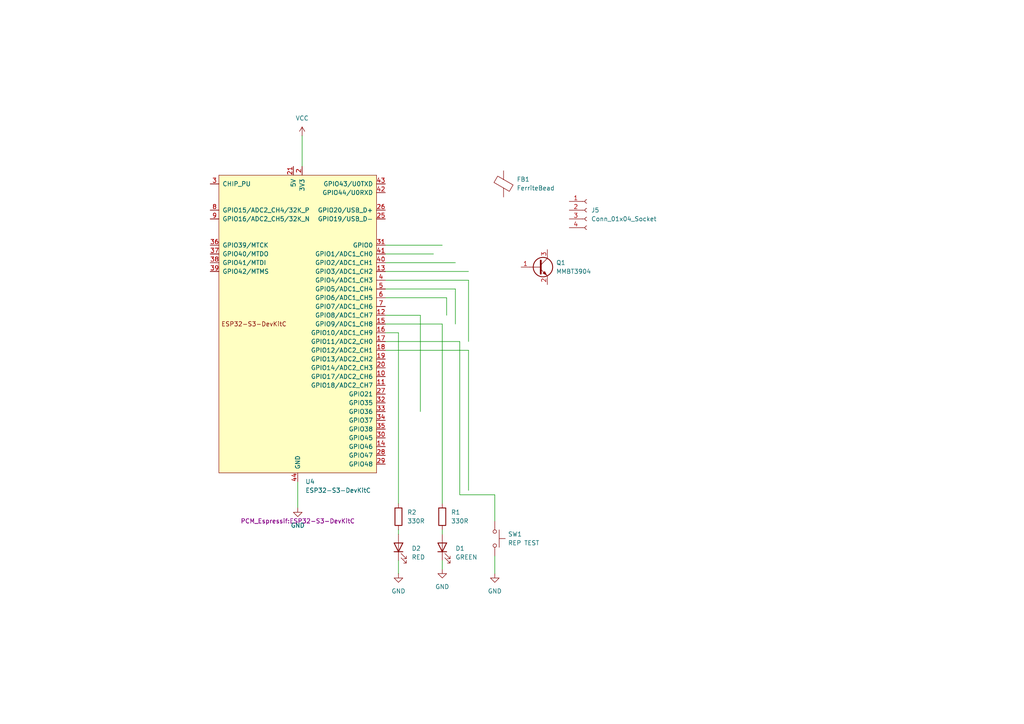
<source format=kicad_sch>
(kicad_sch (version 20250114) (generator "eeschema") (generator_version "9.0")
  (paper "A4")
  (title_block (title "HAM ESP32 Repeater ") (date "26/01/2025") (rev "1.0") (company "SHTSF (F6KOH)") (comment 1 "Gianni F4IKZ"))
  (lib_symbols
    (symbol "Connector:Conn_01x04_Socket" (pin_names (offset 1.016) (hide yes))
      (property "Reference" "J" (at 0 5.08 0))
      (property "Value" "Conn_01x04_Socket" (at 0 -7.62 0))
      (symbol "Conn_01x04_Socket_1_1"
        (polyline (pts (xy -1.27 2.54) (xy -0.508 2.54)) (stroke (width 0.1524)))
        (polyline (pts (xy -1.27 0) (xy -0.508 0)) (stroke (width 0.1524)))
        (polyline (pts (xy -1.27 -2.54) (xy -0.508 -2.54)) (stroke (width 0.1524)))
        (polyline (pts (xy -1.27 -5.08) (xy -0.508 -5.08)) (stroke (width 0.1524)))
        (arc (start 0 2.032) (mid -0.5058 2.54) (end 0 3.048) (stroke (width 0.1524)))
        (arc (start 0 -0.508) (mid -0.5058 0) (end 0 0.508) (stroke (width 0.1524)))
        (arc (start 0 -3.048) (mid -0.5058 -2.54) (end 0 -2.032) (stroke (width 0.1524)))
        (arc (start 0 -5.588) (mid -0.5058 -5.08) (end 0 -4.572) (stroke (width 0.1524)))
        (pin passive line (at -5.08 2.54 0) (length 3.81) (name "Pin_1") (number "1"))
        (pin passive line (at -5.08 0 0) (length 3.81) (name "Pin_2") (number "2"))
        (pin passive line (at -5.08 -2.54 0) (length 3.81) (name "Pin_3") (number "3"))
        (pin passive line (at -5.08 -5.08 0) (length 3.81) (name "Pin_4") (number "4"))
      )
    )
    (symbol "Device:FerriteBead" (pin_numbers (hide yes)) (pin_names (offset 0))
      (property "Reference" "FB" (at -3.81 0.635 90))
      (property "Value" "FerriteBead" (at 3.81 0 90))
      (symbol "FerriteBead_0_1"
        (polyline (pts (xy -2.7686 0.4064) (xy -1.7018 2.2606) (xy 2.7686 -0.3048) (xy 1.6764 -2.159) (xy -2.7686 0.4064)))
        (polyline (pts (xy 0 1.27) (xy 0 1.2954)))
        (polyline (pts (xy 0 -1.27) (xy 0 -1.2192)))
      )
      (symbol "FerriteBead_1_1"
        (pin passive line (at 0 3.81 270) (length 2.54) (name "~") (number "1"))
        (pin passive line (at 0 -3.81 90) (length 2.54) (name "~") (number "2"))
      )
    )
    (symbol "Device:LED" (pin_numbers (hide yes)) (pin_names (offset 1.016) (hide yes))
      (property "Reference" "D" (at 0 2.54 0))
      (property "Value" "LED" (at 0 -2.54 0))
      (symbol "LED_0_1"
        (polyline (pts (xy -3.048 -0.762) (xy -4.572 -2.286) (xy -3.81 -2.286) (xy -4.572 -2.286) (xy -4.572 -1.524)))
        (polyline (pts (xy -1.778 -0.762) (xy -3.302 -2.286) (xy -2.54 -2.286) (xy -3.302 -2.286) (xy -3.302 -1.524)))
        (polyline (pts (xy -1.27 0) (xy 1.27 0)))
        (polyline (pts (xy -1.27 -1.27) (xy -1.27 1.27)) (stroke (width 0.254)))
        (polyline (pts (xy 1.27 -1.27) (xy 1.27 1.27) (xy -1.27 0) (xy 1.27 -1.27)) (stroke (width 0.254)))
      )
      (symbol "LED_1_1"
        (pin passive line (at -3.81 0 0) (length 2.54) (name "K") (number "1"))
        (pin passive line (at 3.81 0 180) (length 2.54) (name "A") (number "2"))
      )
    )
    (symbol "Device:R" (pin_numbers (hide yes)) (pin_names (offset 0))
      (property "Reference" "R" (at 2.032 0 90))
      (property "Value" "R" (at 0 0 90))
      (symbol "R_0_1"
        (rectangle (start -1.016 -2.54) (end 1.016 2.54) (stroke (width 0.254)))
      )
      (symbol "R_1_1"
        (pin passive line (at 0 3.81 270) (length 1.27) (name "~") (number "1"))
        (pin passive line (at 0 -3.81 90) (length 1.27) (name "~") (number "2"))
      )
    )
    (symbol "PCM_Espressif:ESP32-S3-DevKitC" (pin_names (offset 1.016))
      (property "Reference" "U" (at -22.86 48.26 0))
      (property "Value" "ESP32-S3-DevKitC" (at -22.86 45.72 0))
      (symbol "ESP32-S3-DevKitC_0_0"
        (text "ESP32-S3-DevKitC" (at -12.7 0 0) (effects (font (size 1.27 1.27))))
        (pin bidirectional line (at -25.4 15.24 0) (length 2.54) (name "GPIO42/MTMS") (number "39"))
        (pin power_in line (at 0 -45.72 90) (length 2.54) (name "GND") (number "44"))
        (pin bidirectional line (at 25.4 40.64 180) (length 2.54) (name "GPIO43/U0TXD") (number "43"))
        (pin bidirectional line (at 25.4 38.1 180) (length 2.54) (name "GPIO44/U0RXD") (number "42"))
        (pin bidirectional line (at 25.4 20.32 180) (length 2.54) (name "GPIO1/ADC1_CH0") (number "41"))
        (pin bidirectional line (at 25.4 17.78 180) (length 2.54) (name "GPIO2/ADC1_CH1") (number "40"))
        (pin bidirectional line (at 25.4 -10.16 180) (length 2.54) (name "GPIO13/ADC2_CH2") (number "19"))
        (pin bidirectional line (at 25.4 -35.56 180) (length 2.54) (name "GPIO46") (number "14"))
      )
      (symbol "ESP32-S3-DevKitC_0_1"
        (rectangle (start -22.86 43.18) (end 22.86 -43.18) (fill (type background)))
        (pin power_in line (at 1.27 45.72 270) (length 2.54) (name "3V3") (number "2"))
      )
      (symbol "ESP32-S3-DevKitC_1_1"
        (pin input line (at -25.4 40.64 0) (length 2.54) (name "CHIP_PU") (number "3"))
        (pin bidirectional line (at -25.4 33.02 0) (length 2.54) (name "GPIO15/ADC2_CH4/32K_P") (number "8"))
        (pin bidirectional line (at -25.4 30.48 0) (length 2.54) (name "GPIO16/ADC2_CH5/32K_N") (number "9"))
        (pin bidirectional line (at -25.4 22.86 0) (length 2.54) (name "GPIO39/MTCK") (number "36"))
        (pin bidirectional line (at -25.4 20.32 0) (length 2.54) (name "GPIO40/MTDO") (number "37"))
        (pin bidirectional line (at -25.4 17.78 0) (length 2.54) (name "GPIO41/MTDI") (number "38"))
        (pin power_in line (at -1.27 45.72 270) (length 2.54) (name "5V") (number "21"))
        (pin passive line (at 0 -45.72 90) (length 2.54) (hide yes) (name "GND") (number "22"))
        (pin passive line (at 0 -45.72 90) (length 2.54) (hide yes) (name "GND") (number "23"))
        (pin passive line (at 0 -45.72 90) (length 2.54) (hide yes) (name "GND") (number "24"))
        (pin passive line (at 1.27 45.72 270) (length 2.54) (hide yes) (name "3V3") (number "1"))
        (pin bidirectional line (at 25.4 33.02 180) (length 2.54) (name "GPIO20/USB_D+") (number "26"))
        (pin bidirectional line (at 25.4 30.48 180) (length 2.54) (name "GPIO19/USB_D-") (number "25"))
        (pin bidirectional line (at 25.4 22.86 180) (length 2.54) (name "GPIO0") (number "31"))
        (pin bidirectional line (at 25.4 15.24 180) (length 2.54) (name "GPIO3/ADC1_CH2") (number "13"))
        (pin bidirectional line (at 25.4 12.7 180) (length 2.54) (name "GPIO4/ADC1_CH3") (number "4"))
        (pin bidirectional line (at 25.4 10.16 180) (length 2.54) (name "GPIO5/ADC1_CH4") (number "5"))
        (pin bidirectional line (at 25.4 7.62 180) (length 2.54) (name "GPIO6/ADC1_CH5") (number "6"))
        (pin bidirectional line (at 25.4 5.08 180) (length 2.54) (name "GPIO7/ADC1_CH6") (number "7"))
        (pin bidirectional line (at 25.4 2.54 180) (length 2.54) (name "GPIO8/ADC1_CH7") (number "12"))
        (pin bidirectional line (at 25.4 0 180) (length 2.54) (name "GPIO9/ADC1_CH8") (number "15"))
        (pin bidirectional line (at 25.4 -2.54 180) (length 2.54) (name "GPIO10/ADC1_CH9") (number "16"))
        (pin bidirectional line (at 25.4 -5.08 180) (length 2.54) (name "GPIO11/ADC2_CH0") (number "17"))
        (pin bidirectional line (at 25.4 -7.62 180) (length 2.54) (name "GPIO12/ADC2_CH1") (number "18"))
        (pin bidirectional line (at 25.4 -12.7 180) (length 2.54) (name "GPIO14/ADC2_CH3") (number "20"))
        (pin bidirectional line (at 25.4 -15.24 180) (length 2.54) (name "GPIO17/ADC2_CH6") (number "10"))
        (pin bidirectional line (at 25.4 -17.78 180) (length 2.54) (name "GPIO18/ADC2_CH7") (number "11"))
        (pin bidirectional line (at 25.4 -20.32 180) (length 2.54) (name "GPIO21") (number "27"))
        (pin bidirectional line (at 25.4 -22.86 180) (length 2.54) (name "GPIO35") (number "32"))
        (pin bidirectional line (at 25.4 -25.4 180) (length 2.54) (name "GPIO36") (number "33"))
        (pin bidirectional line (at 25.4 -27.94 180) (length 2.54) (name "GPIO37") (number "34"))
        (pin bidirectional line (at 25.4 -30.48 180) (length 2.54) (name "GPIO38") (number "35"))
        (pin bidirectional line (at 25.4 -33.02 180) (length 2.54) (name "GPIO45") (number "30"))
        (pin bidirectional line (at 25.4 -38.1 180) (length 2.54) (name "GPIO47") (number "28"))
        (pin bidirectional line (at 25.4 -40.64 180) (length 2.54) (name "GPIO48") (number "29"))
      )
    )
    (symbol "Switch:SW_Push" (pin_numbers (hide yes)) (pin_names (offset 1.016) (hide yes))
      (property "Reference" "SW" (at 1.27 2.54 0))
      (property "Value" "SW_Push" (at 0 -1.524 0))
      (symbol "SW_Push_0_1"
        (circle (center -2.032 0) (radius 0.508))
        (polyline (pts (xy 0 1.27) (xy 0 3.048)))
        (circle (center 2.032 0) (radius 0.508))
        (polyline (pts (xy 2.54 1.27) (xy -2.54 1.27)))
        (pin passive line (at -5.08 0 0) (length 2.54) (name "1") (number "1"))
        (pin passive line (at 5.08 0 180) (length 2.54) (name "2") (number "2"))
      )
    )
    (symbol "Transistor_BJT:MMBT3904" (pin_names (offset 0) (hide yes))
      (property "Reference" "Q" (at 5.08 1.905 0))
      (property "Value" "MMBT3904" (at 5.08 0 0))
      (symbol "MMBT3904_0_1"
        (polyline (pts (xy -2.54 0) (xy 0.635 0)))
        (polyline (pts (xy 0.635 1.905) (xy 0.635 -1.905)) (stroke (width 0.508)))
        (circle (center 1.27 0) (radius 2.8194) (stroke (width 0.254)))
      )
      (symbol "MMBT3904_1_1"
        (polyline (pts (xy 0.635 0.635) (xy 2.54 2.54)))
        (polyline (pts (xy 0.635 -0.635) (xy 2.54 -2.54)))
        (polyline (pts (xy 1.27 -1.778) (xy 1.778 -1.27) (xy 2.286 -2.286) (xy 1.27 -1.778)) (fill (type outline)))
        (pin input line (at -5.08 0 0) (length 2.54) (name "B") (number "1"))
        (pin passive line (at 2.54 5.08 270) (length 2.54) (name "C") (number "3"))
        (pin passive line (at 2.54 -5.08 90) (length 2.54) (name "E") (number "2"))
      )
    )
    (symbol "power:GND" (power) (pin_numbers (hide yes)) (pin_names (offset 0) (hide yes))
      (property "Value" "GND" (at 0 -3.81 0))
      (symbol "GND_0_1"
        (polyline (pts (xy 0 0) (xy 0 -1.27) (xy 1.27 -1.27) (xy 0 -2.54) (xy -1.27 -1.27) (xy 0 -1.27)))
      )
      (symbol "GND_1_1"
        (pin power_in line (at 0 0 270) (length 0) (name "~") (number "1"))
      )
    )
    (symbol "power:VCC" (power) (pin_numbers (hide yes)) (pin_names (offset 0) (hide yes))
      (property "Value" "VCC" (at 0 3.556 0))
      (symbol "VCC_0_1"
        (polyline (pts (xy -0.762 1.27) (xy 0 2.54)))
        (polyline (pts (xy 0 2.54) (xy 0.762 1.27)))
        (polyline (pts (xy 0 0) (xy 0 2.54)))
      )
      (symbol "VCC_1_1"
        (pin power_in line (at 0 0 90) (length 0) (name "~") (number "1"))
      )
    )
  )
  (wire (pts (xy 111.76 93.98) (xy 128.27 93.98)))
  (wire (pts (xy 111.76 73.66) (xy 125.73 73.66)))
  (wire (pts (xy 115.57 96.52) (xy 115.57 146.05)))
  (wire (pts (xy 133.35 143.51) (xy 143.51 143.51)))
  (wire (pts (xy 111.76 83.82) (xy 132.08 83.82)))
  (wire (pts (xy 143.51 161.29) (xy 143.51 166.37)))
  (wire (pts (xy 121.92 91.44) (xy 121.92 119.38)))
  (wire (pts (xy 135.89 81.28) (xy 135.89 99.06)))
  (wire (pts (xy 128.27 162.56) (xy 128.27 165.1)))
  (wire (pts (xy 111.76 86.36) (xy 129.54 86.36)))
  (wire (pts (xy 111.76 101.6) (xy 135.89 101.6)))
  (wire (pts (xy 111.76 91.44) (xy 121.92 91.44)))
  (wire (pts (xy 129.54 86.36) (xy 129.54 91.44)))
  (wire (pts (xy 111.76 78.74) (xy 135.89 78.74)))
  (wire (pts (xy 143.51 143.51) (xy 143.51 151.13)))
  (wire (pts (xy 115.57 162.56) (xy 115.57 166.37)))
  (wire (pts (xy 86.36 139.7) (xy 86.36 147.32)))
  (wire (pts (xy 135.89 101.6) (xy 135.89 142.24)))
  (wire (pts (xy 128.27 153.67) (xy 128.27 154.94)))
  (wire (pts (xy 111.76 76.2) (xy 132.08 76.2)))
  (wire (pts (xy 133.35 99.06) (xy 133.35 143.51)))
  (wire (pts (xy 111.76 81.28) (xy 135.89 81.28)))
  (wire (pts (xy 115.57 153.67) (xy 115.57 154.94)))
  (wire (pts (xy 132.08 83.82) (xy 132.08 93.98)))
  (wire (pts (xy 128.27 93.98) (xy 128.27 146.05)))
  (wire (pts (xy 87.63 39.37) (xy 87.63 48.26)))
  (wire (pts (xy 111.76 71.12) (xy 128.27 71.12)))
  (wire (pts (xy 111.76 96.52) (xy 115.57 96.52)))
  (wire (pts (xy 111.76 99.06) (xy 133.35 99.06)))
  (symbol (lib_id "Connector:Conn_01x04_Socket") (at 170.18 60.96 0) (unit 1)
    (property "Reference" "J5" (at 171.45 60.9599 0) (effects (justify left)))
    (property "Value" "Conn_01x04_Socket" (at 171.45 63.4999 0) (effects (justify left)))
    (property "Footprint" "Connector_JST:JST_XH_B4B-XH-A_1x04_P2.50mm_Vertical" (effects (hide yes)))
    (property "Description" "Generic connector, single row, 01x04, script generated" (effects (hide yes)))
  )
  (symbol (lib_id "power:GND") (at 115.57 166.37 0) (unit 1)
    (property "Reference" "#PWR04" (effects (hide yes)))
    (property "Value" "GND" (at 115.57 171.45 0))
    (property "Description" "Power symbol creates a global label with name \"GND\" , ground" (effects (hide yes)))
  )
  (symbol (lib_id "power:GND") (at 128.27 165.1 0) (unit 1)
    (property "Reference" "#PWR05" (effects (hide yes)))
    (property "Value" "GND" (at 128.27 170.18 0))
    (property "Description" "Power symbol creates a global label with name \"GND\" , ground" (effects (hide yes)))
  )
  (symbol (lib_id "PCM_Espressif:ESP32-S3-DevKitC") (at 86.36 93.98 0) (unit 1)
    (property "Reference" "U4" (at 88.5541 139.7 0) (effects (justify left)))
    (property "Value" "ESP32-S3-DevKitC" (at 88.5541 142.24 0) (effects (justify left)))
    (property "Footprint" "PCM_Espressif:ESP32-S3-DevKitC" (at 86.36 151.13 0))
    (property "Description" "ESP32-S3-DevKitC" (effects (hide yes)))
  )
  (symbol (lib_id "Device:LED") (at 115.57 158.75 90) (unit 1)
    (property "Reference" "D2" (at 119.38 159.0674 90) (effects (justify right)))
    (property "Value" "RED" (at 119.38 161.6074 90) (effects (justify right)))
    (property "Footprint" "LED_SMD:LED_1206_3216Metric" (effects (hide yes)))
    (property "Description" "Light emitting diode" (effects (hide yes)))
    (property "Sim.Pins" "1=K 2=A" (effects (hide yes)))
  )
  (symbol (lib_id "Switch:SW_Push") (at 143.51 156.21 270) (unit 1)
    (property "Reference" "SW1" (at 147.32 154.9399 90) (effects (justify left)))
    (property "Value" "REP TEST" (at 147.32 157.4799 90) (effects (justify left)))
    (property "Footprint" "Button_Switch_THT:SW_PUSH_6mm" (effects (hide yes)))
    (property "Description" "Push button switch, generic, two pins" (effects (hide yes)))
  )
  (symbol (lib_id "Device:LED") (at 128.27 158.75 90) (unit 1)
    (property "Reference" "D1" (at 132.08 159.0674 90) (effects (justify right)))
    (property "Value" "GREEN" (at 132.08 161.6074 90) (effects (justify right)))
    (property "Footprint" "LED_SMD:LED_1206_3216Metric" (effects (hide yes)))
    (property "Description" "Light emitting diode" (effects (hide yes)))
    (property "Sim.Pins" "1=K 2=A" (effects (hide yes)))
  )
  (symbol (lib_id "Device:R") (at 128.27 149.86 0) (unit 1)
    (property "Reference" "R1" (at 130.81 148.5899 0) (effects (justify left)))
    (property "Value" "330R" (at 130.81 151.1299 0) (effects (justify left)))
    (property "Footprint" "Resistor_SMD:R_1206_3216Metric" (effects (hide yes)))
    (property "Description" "Resistor" (effects (hide yes)))
  )
  (symbol (lib_id "Device:FerriteBead") (at 146.05 53.34 0) (unit 1)
    (property "Reference" "FB1" (at 149.86 52.0191 0) (effects (justify left)))
    (property "Value" "FerriteBead" (at 149.86 54.5591 0) (effects (justify left)))
    (property "Footprint" "Ferrite_THT:LairdTech_28C0236-0JW-10" (effects (hide yes)))
    (property "Description" "Ferrite bead" (effects (hide yes)))
  )
  (symbol (lib_id "Transistor_BJT:MMBT3904") (at 156.21 77.47 0) (unit 1)
    (property "Reference" "Q1" (at 161.29 76.1999 0) (effects (justify left)))
    (property "Value" "MMBT3904" (at 161.29 78.7399 0) (effects (justify left)))
    (property "Footprint" "Package_TO_SOT_SMD:SOT-23" (effects (hide yes)))
    (property "Datasheet" "https://www.onsemi.com/pdf/datasheet/pzt3904-d.pdf" (effects (hide yes)))
    (property "Description" "0.2A Ic, 40V Vce, Small Signal NPN Transistor, SOT-23" (effects (hide yes)))
  )
  (symbol (lib_id "Device:R") (at 115.57 149.86 0) (unit 1)
    (property "Reference" "R2" (at 118.11 148.5899 0) (effects (justify left)))
    (property "Value" "330R" (at 118.11 151.1299 0) (effects (justify left)))
    (property "Footprint" "Resistor_SMD:R_1206_3216Metric" (effects (hide yes)))
    (property "Description" "Resistor" (effects (hide yes)))
  )
  (symbol (lib_id "power:GND") (at 143.51 166.37 0) (unit 1)
    (property "Reference" "#PWR011" (effects (hide yes)))
    (property "Value" "GND" (at 143.51 171.45 0))
    (property "Description" "Power symbol creates a global label with name \"GND\" , ground" (effects (hide yes)))
  )
  (symbol (lib_id "power:GND") (at 86.36 147.32 0) (unit 1)
    (property "Reference" "#PWR02" (effects (hide yes)))
    (property "Value" "GND" (at 86.36 152.4 0))
    (property "Description" "Power symbol creates a global label with name \"GND\" , ground" (effects (hide yes)))
  )
  (symbol (lib_id "power:VCC") (at 87.63 39.37 0) (unit 1)
    (property "Reference" "#PWR01" (effects (hide yes)))
    (property "Value" "VCC" (at 87.63 34.29 0))
    (property "Description" "Power symbol creates a global label with name \"VCC\"" (effects (hide yes)))
  )
)
</source>
